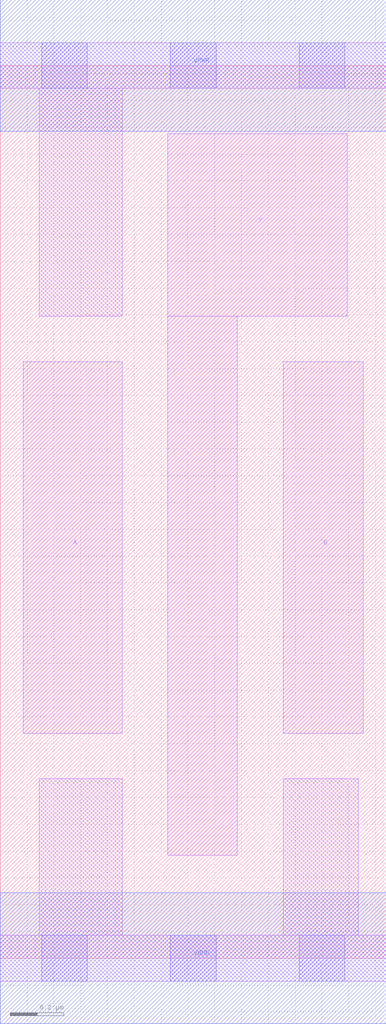
<source format=lef>
# Copyright 2020 The SkyWater PDK Authors
#
# Licensed under the Apache License, Version 2.0 (the "License");
# you may not use this file except in compliance with the License.
# You may obtain a copy of the License at
#
#     https://www.apache.org/licenses/LICENSE-2.0
#
# Unless required by applicable law or agreed to in writing, software
# distributed under the License is distributed on an "AS IS" BASIS,
# WITHOUT WARRANTIES OR CONDITIONS OF ANY KIND, either express or implied.
# See the License for the specific language governing permissions and
# limitations under the License.
#
# SPDX-License-Identifier: Apache-2.0

VERSION 5.7 ;
  NAMESCASESENSITIVE ON ;
  NOWIREEXTENSIONATPIN ON ;
  DIVIDERCHAR "/" ;
  BUSBITCHARS "[]" ;
UNITS
  DATABASE MICRONS 200 ;
END UNITS
MACRO sky130_fd_sc_lp__nor2_0
  CLASS CORE ;
  FOREIGN sky130_fd_sc_lp__nor2_0 ;
  ORIGIN  0.000000  0.000000 ;
  SIZE  1.440000 BY  3.330000 ;
  SYMMETRY X Y R90 ;
  SITE unit ;
  PIN A
    ANTENNAGATEAREA  0.159000 ;
    DIRECTION INPUT ;
    USE SIGNAL ;
    PORT
      LAYER li1 ;
        RECT 0.085000 0.840000 0.455000 2.225000 ;
    END
  END A
  PIN B
    ANTENNAGATEAREA  0.159000 ;
    DIRECTION INPUT ;
    USE SIGNAL ;
    PORT
      LAYER li1 ;
        RECT 1.055000 0.840000 1.355000 2.225000 ;
    END
  END B
  PIN Y
    ANTENNADIFFAREA  0.287200 ;
    DIRECTION OUTPUT ;
    USE SIGNAL ;
    PORT
      LAYER li1 ;
        RECT 0.625000 0.385000 0.885000 2.395000 ;
        RECT 0.625000 2.395000 1.295000 3.075000 ;
    END
  END Y
  PIN VGND
    DIRECTION INOUT ;
    USE GROUND ;
    PORT
      LAYER met1 ;
        RECT 0.000000 -0.245000 1.440000 0.245000 ;
    END
  END VGND
  PIN VPWR
    DIRECTION INOUT ;
    USE POWER ;
    PORT
      LAYER met1 ;
        RECT 0.000000 3.085000 1.440000 3.575000 ;
    END
  END VPWR
  OBS
    LAYER li1 ;
      RECT 0.000000 -0.085000 1.440000 0.085000 ;
      RECT 0.000000  3.245000 1.440000 3.415000 ;
      RECT 0.145000  0.085000 0.455000 0.670000 ;
      RECT 0.145000  2.395000 0.455000 3.245000 ;
      RECT 1.055000  0.085000 1.335000 0.670000 ;
    LAYER mcon ;
      RECT 0.155000 -0.085000 0.325000 0.085000 ;
      RECT 0.155000  3.245000 0.325000 3.415000 ;
      RECT 0.635000 -0.085000 0.805000 0.085000 ;
      RECT 0.635000  3.245000 0.805000 3.415000 ;
      RECT 1.115000 -0.085000 1.285000 0.085000 ;
      RECT 1.115000  3.245000 1.285000 3.415000 ;
  END
END sky130_fd_sc_lp__nor2_0
END LIBRARY

</source>
